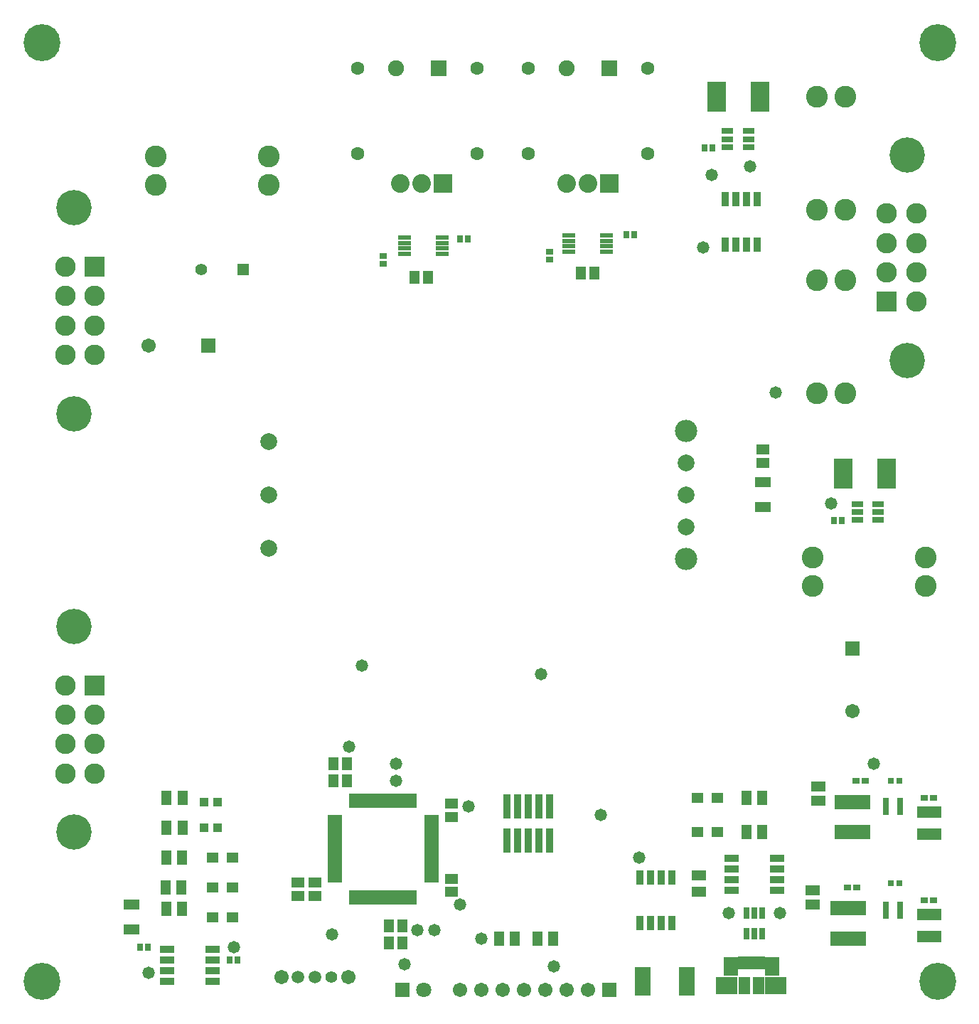
<source format=gts>
G04*
G04 #@! TF.GenerationSoftware,Altium Limited,Altium Designer,20.0.9 (164)*
G04*
G04 Layer_Color=8388736*
%FSLAX25Y25*%
%MOIN*%
G70*
G01*
G75*
%ADD180R,0.09068X0.14383*%
%ADD181R,0.16548X0.06706*%
%ADD182R,0.11509X0.05761*%
%ADD183R,0.07690X0.04737*%
%ADD184R,0.04737X0.06509*%
%ADD185R,0.05721X0.05131*%
%ADD186R,0.05524X0.03162*%
%ADD187R,0.03753X0.03162*%
%ADD188R,0.03950X0.03950*%
%ADD189R,0.03162X0.03241*%
%ADD190R,0.03359X0.06804*%
%ADD191R,0.03713X0.11804*%
%ADD192R,0.07808X0.13202*%
%ADD193R,0.06509X0.04737*%
%ADD194R,0.06804X0.03359*%
%ADD195R,0.03162X0.05524*%
%ADD196R,0.02572X0.06233*%
%ADD197R,0.06607X0.09068*%
%ADD198R,0.05426X0.08280*%
%ADD199R,0.10150X0.08280*%
%ADD200R,0.04580X0.06272*%
%ADD201R,0.06272X0.04580*%
%ADD202R,0.01981X0.06607*%
%ADD203R,0.06607X0.01981*%
%ADD204R,0.06587X0.04619*%
%ADD205R,0.02670X0.01981*%
%ADD206R,0.02670X0.02769*%
%ADD207R,0.06307X0.02370*%
%ADD208R,0.03241X0.03162*%
%ADD209R,0.05524X0.05524*%
%ADD210C,0.05524*%
%ADD211C,0.17300*%
%ADD212R,0.08772X0.08772*%
%ADD213C,0.08772*%
%ADD214C,0.06706*%
%ADD215R,0.06706X0.06706*%
%ADD216R,0.07099X0.07099*%
%ADD217C,0.07099*%
%ADD218C,0.10249*%
%ADD219C,0.05918*%
%ADD220C,0.16548*%
%ADD221C,0.09658*%
%ADD222R,0.09658X0.09658*%
%ADD223R,0.07532X0.07532*%
%ADD224C,0.07532*%
%ADD225C,0.10446*%
%ADD226C,0.07887*%
%ADD227R,0.06706X0.06706*%
%ADD228C,0.06312*%
%ADD229C,0.05800*%
D180*
X408236Y250000D02*
D03*
X387764D02*
D03*
X348736Y426677D02*
D03*
X328264D02*
D03*
D181*
X390000Y46173D02*
D03*
Y32000D02*
D03*
X392000Y96000D02*
D03*
Y81827D02*
D03*
D182*
X428000Y91236D02*
D03*
Y80764D02*
D03*
Y43236D02*
D03*
Y32764D02*
D03*
D183*
X54000Y47905D02*
D03*
Y36094D02*
D03*
X350000Y245905D02*
D03*
Y234095D02*
D03*
D184*
X342323Y82000D02*
D03*
X349803D02*
D03*
X78000Y98000D02*
D03*
X70520D02*
D03*
X78000Y84000D02*
D03*
X70520D02*
D03*
X77740Y70000D02*
D03*
X70260D02*
D03*
X77480Y56000D02*
D03*
X70000D02*
D03*
X77740Y46000D02*
D03*
X70260D02*
D03*
X342323Y98000D02*
D03*
X349803D02*
D03*
X244260Y32000D02*
D03*
X251740D02*
D03*
X226260D02*
D03*
X233740D02*
D03*
D185*
X328689Y82000D02*
D03*
X319437D02*
D03*
X92000Y42000D02*
D03*
X101252D02*
D03*
X92000Y56000D02*
D03*
X101252D02*
D03*
X92000Y70000D02*
D03*
X101252D02*
D03*
X328689Y98000D02*
D03*
X319437D02*
D03*
D186*
X394260Y228260D02*
D03*
Y232000D02*
D03*
Y235740D02*
D03*
X404102D02*
D03*
Y232000D02*
D03*
Y228260D02*
D03*
X343421Y402937D02*
D03*
Y406677D02*
D03*
Y410417D02*
D03*
X333579D02*
D03*
Y406677D02*
D03*
Y402937D02*
D03*
D187*
X398165Y106000D02*
D03*
X393835D02*
D03*
X394000Y56000D02*
D03*
X389669D02*
D03*
X425835Y98000D02*
D03*
X430165D02*
D03*
X425669Y50000D02*
D03*
X430000D02*
D03*
D188*
X88000Y84000D02*
D03*
X94496D02*
D03*
X88000Y96000D02*
D03*
X94496D02*
D03*
D189*
X58189Y28000D02*
D03*
X61811D02*
D03*
X103811Y22000D02*
D03*
X100189D02*
D03*
X322878Y402677D02*
D03*
X326500D02*
D03*
X383370Y228000D02*
D03*
X386992D02*
D03*
X211811Y360000D02*
D03*
X208189D02*
D03*
X289811Y362000D02*
D03*
X286189D02*
D03*
D190*
X292500Y60677D02*
D03*
X297500D02*
D03*
X302500D02*
D03*
X307500D02*
D03*
Y39323D02*
D03*
X302500D02*
D03*
X297500D02*
D03*
X292500D02*
D03*
X332500Y378677D02*
D03*
X337500D02*
D03*
X342500D02*
D03*
X347500D02*
D03*
Y357323D02*
D03*
X342500D02*
D03*
X337500D02*
D03*
X332500D02*
D03*
D191*
X230000Y77996D02*
D03*
Y94004D02*
D03*
X235000Y77996D02*
D03*
Y94004D02*
D03*
X240000Y77996D02*
D03*
Y94004D02*
D03*
X245000Y77996D02*
D03*
Y94004D02*
D03*
X250000Y77996D02*
D03*
Y94004D02*
D03*
D192*
X293705Y12000D02*
D03*
X314295D02*
D03*
D193*
X320000Y61480D02*
D03*
Y54000D02*
D03*
D194*
X356677Y69500D02*
D03*
Y64500D02*
D03*
Y59500D02*
D03*
Y54500D02*
D03*
X335323D02*
D03*
Y59500D02*
D03*
Y64500D02*
D03*
Y69500D02*
D03*
X70646Y12000D02*
D03*
Y17000D02*
D03*
Y22000D02*
D03*
Y27000D02*
D03*
X92000D02*
D03*
Y22000D02*
D03*
Y17000D02*
D03*
Y12000D02*
D03*
D195*
X342260Y34157D02*
D03*
X346000D02*
D03*
X349740D02*
D03*
Y44000D02*
D03*
X346000D02*
D03*
X342260D02*
D03*
D196*
X339585Y20472D02*
D03*
X342144D02*
D03*
X344703D02*
D03*
X347262D02*
D03*
X349821D02*
D03*
D197*
X354358Y19055D02*
D03*
X335047D02*
D03*
D198*
X341406Y10000D02*
D03*
X348000D02*
D03*
D199*
X333236D02*
D03*
X356169D02*
D03*
D200*
X155110Y114000D02*
D03*
X148890D02*
D03*
X181110Y38000D02*
D03*
X174890D02*
D03*
X181110Y30000D02*
D03*
X174890D02*
D03*
X155110Y106000D02*
D03*
X148890D02*
D03*
X193110Y342000D02*
D03*
X186890D02*
D03*
X271110Y344000D02*
D03*
X264890D02*
D03*
D201*
X204000Y88890D02*
D03*
Y95110D02*
D03*
Y60000D02*
D03*
Y53780D02*
D03*
X132000Y58220D02*
D03*
Y52000D02*
D03*
X140000Y58220D02*
D03*
Y52000D02*
D03*
X350000Y254890D02*
D03*
Y261110D02*
D03*
D202*
X157236Y51410D02*
D03*
X159205D02*
D03*
X161173D02*
D03*
X163142D02*
D03*
X165110D02*
D03*
X167079D02*
D03*
X169047D02*
D03*
X171016D02*
D03*
X172984D02*
D03*
X174953D02*
D03*
X176921D02*
D03*
X178890D02*
D03*
X180858D02*
D03*
X182827D02*
D03*
X184795D02*
D03*
X186764D02*
D03*
Y96591D02*
D03*
X184795D02*
D03*
X182827D02*
D03*
X180858D02*
D03*
X178890D02*
D03*
X176921D02*
D03*
X174953D02*
D03*
X172984D02*
D03*
X171016D02*
D03*
X169047D02*
D03*
X167079D02*
D03*
X165110D02*
D03*
X163142D02*
D03*
X161173D02*
D03*
X159205D02*
D03*
X157236D02*
D03*
D203*
X194591Y59236D02*
D03*
Y61205D02*
D03*
Y63173D02*
D03*
Y65142D02*
D03*
Y67110D02*
D03*
Y69079D02*
D03*
Y71047D02*
D03*
Y73016D02*
D03*
Y74984D02*
D03*
Y76953D02*
D03*
Y78921D02*
D03*
Y80890D02*
D03*
Y82858D02*
D03*
Y84827D02*
D03*
Y86795D02*
D03*
Y88764D02*
D03*
X149409D02*
D03*
Y86795D02*
D03*
Y84827D02*
D03*
Y82858D02*
D03*
Y80890D02*
D03*
Y78921D02*
D03*
Y76953D02*
D03*
Y74984D02*
D03*
Y73016D02*
D03*
Y71047D02*
D03*
Y69079D02*
D03*
Y67110D02*
D03*
Y65142D02*
D03*
Y63173D02*
D03*
Y61205D02*
D03*
Y59236D02*
D03*
D204*
X373374Y54535D02*
D03*
Y48000D02*
D03*
X376000Y103268D02*
D03*
Y96732D02*
D03*
D205*
X407701Y48264D02*
D03*
Y46295D02*
D03*
Y44327D02*
D03*
Y42358D02*
D03*
X414299D02*
D03*
Y44327D02*
D03*
Y46295D02*
D03*
Y48264D02*
D03*
X407717Y96953D02*
D03*
Y94984D02*
D03*
Y93016D02*
D03*
Y91047D02*
D03*
X414315D02*
D03*
Y93016D02*
D03*
Y94984D02*
D03*
Y96953D02*
D03*
D206*
X409982Y106000D02*
D03*
X414018D02*
D03*
X410000Y58000D02*
D03*
X414035D02*
D03*
D207*
X199717Y360559D02*
D03*
X182000D02*
D03*
Y358000D02*
D03*
Y355441D02*
D03*
Y352882D02*
D03*
X199717Y358000D02*
D03*
Y355441D02*
D03*
Y352882D02*
D03*
X276717Y361559D02*
D03*
X259000D02*
D03*
Y359000D02*
D03*
Y356441D02*
D03*
Y353882D02*
D03*
X276717Y359000D02*
D03*
Y356441D02*
D03*
Y353882D02*
D03*
D208*
X172000Y348189D02*
D03*
Y351811D02*
D03*
X250000Y350189D02*
D03*
Y353811D02*
D03*
D209*
X106342Y345500D02*
D03*
D210*
X86658D02*
D03*
X147874Y14000D02*
D03*
D211*
X432000Y12000D02*
D03*
Y452000D02*
D03*
X12000D02*
D03*
Y12000D02*
D03*
D212*
X200000Y386000D02*
D03*
X278000D02*
D03*
D213*
X190000D02*
D03*
X180000D02*
D03*
X268000D02*
D03*
X258000D02*
D03*
D214*
X208000Y8000D02*
D03*
X218000D02*
D03*
X228000D02*
D03*
X238000D02*
D03*
X248000D02*
D03*
X258000D02*
D03*
X268000D02*
D03*
X124252Y14000D02*
D03*
X155748D02*
D03*
X62024Y310000D02*
D03*
X392000Y138472D02*
D03*
D215*
X278000Y8000D02*
D03*
X89976Y310000D02*
D03*
D216*
X181000Y8000D02*
D03*
D217*
X191000D02*
D03*
D218*
X118516Y385307D02*
D03*
X65484D02*
D03*
X118516Y398693D02*
D03*
X65484D02*
D03*
X373484Y210693D02*
D03*
X426516D02*
D03*
X373484Y197307D02*
D03*
X426516D02*
D03*
X388693Y340516D02*
D03*
Y287484D02*
D03*
X375307Y340516D02*
D03*
Y287484D02*
D03*
Y373484D02*
D03*
Y426516D02*
D03*
X388693Y373484D02*
D03*
Y426516D02*
D03*
D219*
X132126Y14000D02*
D03*
X140000D02*
D03*
D220*
X417906Y399339D02*
D03*
Y302882D02*
D03*
X27020Y278000D02*
D03*
Y374457D02*
D03*
Y81772D02*
D03*
Y178228D02*
D03*
D221*
X422000Y371780D02*
D03*
Y358000D02*
D03*
Y344221D02*
D03*
Y330441D02*
D03*
X408220Y371780D02*
D03*
Y358000D02*
D03*
Y344221D02*
D03*
X22925Y305559D02*
D03*
Y319339D02*
D03*
Y333118D02*
D03*
Y346898D02*
D03*
X36705Y305559D02*
D03*
Y319339D02*
D03*
Y333118D02*
D03*
X22925Y109331D02*
D03*
Y123110D02*
D03*
Y136890D02*
D03*
Y150669D02*
D03*
X36705Y109331D02*
D03*
Y123110D02*
D03*
Y136890D02*
D03*
D222*
X408220Y330441D02*
D03*
X36705Y346898D02*
D03*
Y150669D02*
D03*
D223*
X278000Y440000D02*
D03*
X198000D02*
D03*
D224*
X258000D02*
D03*
X178000D02*
D03*
D225*
X314000Y270000D02*
D03*
Y210000D02*
D03*
D226*
Y255000D02*
D03*
Y240000D02*
D03*
Y225000D02*
D03*
X118331Y215000D02*
D03*
Y240000D02*
D03*
Y265000D02*
D03*
D227*
X392000Y168000D02*
D03*
D228*
X216000Y440000D02*
D03*
Y400000D02*
D03*
X160000D02*
D03*
Y440000D02*
D03*
X296000D02*
D03*
Y400000D02*
D03*
X240000D02*
D03*
Y440000D02*
D03*
D229*
X212000Y94000D02*
D03*
X382000Y236000D02*
D03*
X252000Y19000D02*
D03*
X344000Y394000D02*
D03*
X326000Y390000D02*
D03*
X162000Y160000D02*
D03*
X246000Y156000D02*
D03*
X402000Y114000D02*
D03*
X322000Y356000D02*
D03*
X274000Y90000D02*
D03*
X292000Y70000D02*
D03*
X356000Y288000D02*
D03*
X334000Y44000D02*
D03*
X182000Y20000D02*
D03*
X178000Y106000D02*
D03*
Y114000D02*
D03*
X208000Y48000D02*
D03*
X62000Y16000D02*
D03*
X148000Y34000D02*
D03*
X156000Y122000D02*
D03*
X102000Y28000D02*
D03*
X188000Y36000D02*
D03*
X196000D02*
D03*
X218000Y32000D02*
D03*
X358000Y44000D02*
D03*
M02*

</source>
